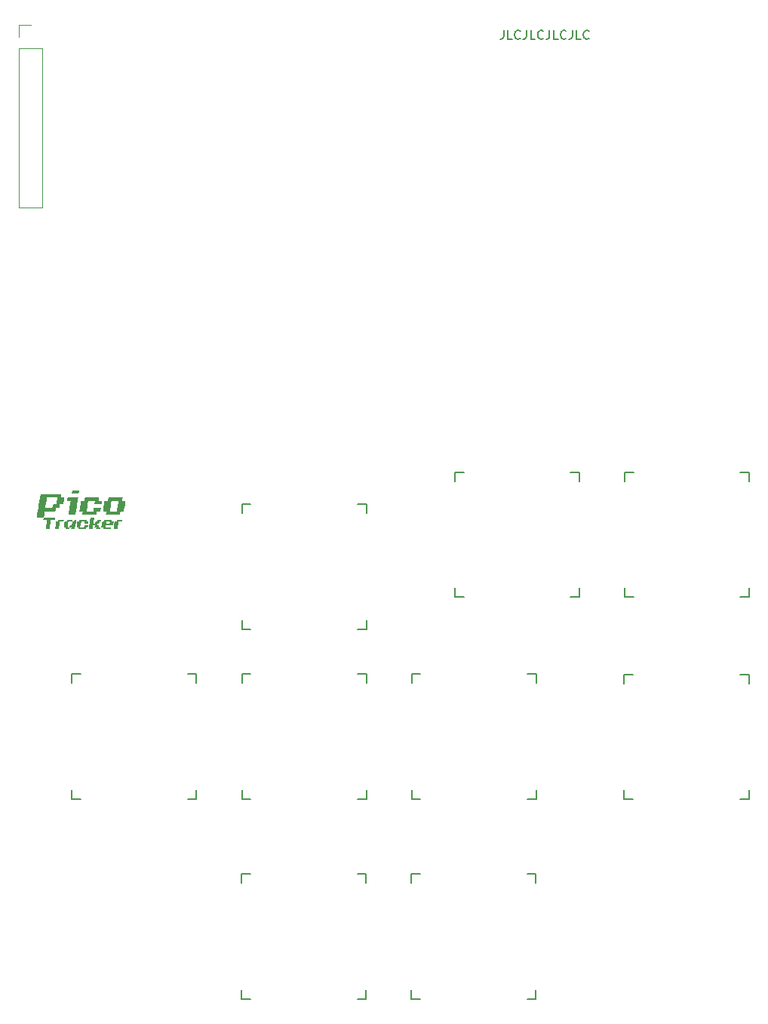
<source format=gbr>
%TF.GenerationSoftware,KiCad,Pcbnew,(6.0.7)*%
%TF.CreationDate,2024-02-04T00:46:34+09:00*%
%TF.ProjectId,pico_tracker,7069636f-5f74-4726-9163-6b65722e6b69,rev?*%
%TF.SameCoordinates,Original*%
%TF.FileFunction,Legend,Top*%
%TF.FilePolarity,Positive*%
%FSLAX46Y46*%
G04 Gerber Fmt 4.6, Leading zero omitted, Abs format (unit mm)*
G04 Created by KiCad (PCBNEW (6.0.7)) date 2024-02-04 00:46:34*
%MOMM*%
%LPD*%
G01*
G04 APERTURE LIST*
%ADD10C,0.150000*%
%ADD11C,0.120000*%
G04 APERTURE END LIST*
D10*
X158630952Y-38702380D02*
X158630952Y-39416666D01*
X158583333Y-39559523D01*
X158488095Y-39654761D01*
X158345238Y-39702380D01*
X158250000Y-39702380D01*
X159583333Y-39702380D02*
X159107142Y-39702380D01*
X159107142Y-38702380D01*
X160488095Y-39607142D02*
X160440476Y-39654761D01*
X160297619Y-39702380D01*
X160202380Y-39702380D01*
X160059523Y-39654761D01*
X159964285Y-39559523D01*
X159916666Y-39464285D01*
X159869047Y-39273809D01*
X159869047Y-39130952D01*
X159916666Y-38940476D01*
X159964285Y-38845238D01*
X160059523Y-38750000D01*
X160202380Y-38702380D01*
X160297619Y-38702380D01*
X160440476Y-38750000D01*
X160488095Y-38797619D01*
X161202380Y-38702380D02*
X161202380Y-39416666D01*
X161154761Y-39559523D01*
X161059523Y-39654761D01*
X160916666Y-39702380D01*
X160821428Y-39702380D01*
X162154761Y-39702380D02*
X161678571Y-39702380D01*
X161678571Y-38702380D01*
X163059523Y-39607142D02*
X163011904Y-39654761D01*
X162869047Y-39702380D01*
X162773809Y-39702380D01*
X162630952Y-39654761D01*
X162535714Y-39559523D01*
X162488095Y-39464285D01*
X162440476Y-39273809D01*
X162440476Y-39130952D01*
X162488095Y-38940476D01*
X162535714Y-38845238D01*
X162630952Y-38750000D01*
X162773809Y-38702380D01*
X162869047Y-38702380D01*
X163011904Y-38750000D01*
X163059523Y-38797619D01*
X163773809Y-38702380D02*
X163773809Y-39416666D01*
X163726190Y-39559523D01*
X163630952Y-39654761D01*
X163488095Y-39702380D01*
X163392857Y-39702380D01*
X164726190Y-39702380D02*
X164250000Y-39702380D01*
X164250000Y-38702380D01*
X165630952Y-39607142D02*
X165583333Y-39654761D01*
X165440476Y-39702380D01*
X165345238Y-39702380D01*
X165202380Y-39654761D01*
X165107142Y-39559523D01*
X165059523Y-39464285D01*
X165011904Y-39273809D01*
X165011904Y-39130952D01*
X165059523Y-38940476D01*
X165107142Y-38845238D01*
X165202380Y-38750000D01*
X165345238Y-38702380D01*
X165440476Y-38702380D01*
X165583333Y-38750000D01*
X165630952Y-38797619D01*
X166345238Y-38702380D02*
X166345238Y-39416666D01*
X166297619Y-39559523D01*
X166202380Y-39654761D01*
X166059523Y-39702380D01*
X165964285Y-39702380D01*
X167297619Y-39702380D02*
X166821428Y-39702380D01*
X166821428Y-38702380D01*
X168202380Y-39607142D02*
X168154761Y-39654761D01*
X168011904Y-39702380D01*
X167916666Y-39702380D01*
X167773809Y-39654761D01*
X167678571Y-39559523D01*
X167630952Y-39464285D01*
X167583333Y-39273809D01*
X167583333Y-39130952D01*
X167630952Y-38940476D01*
X167678571Y-38845238D01*
X167773809Y-38750000D01*
X167916666Y-38702380D01*
X168011904Y-38702380D01*
X168154761Y-38750000D01*
X168202380Y-38797619D01*
%TO.C,SW3*%
X148300000Y-111950000D02*
X148300000Y-110950000D01*
X148300000Y-124950000D02*
X149300000Y-124950000D01*
X161300000Y-124950000D02*
X162300000Y-124950000D01*
X149300000Y-110950000D02*
X148300000Y-110950000D01*
X162300000Y-110950000D02*
X161300000Y-110950000D01*
X148300000Y-124950000D02*
X148300000Y-123950000D01*
X162300000Y-123950000D02*
X162300000Y-124950000D01*
X162300000Y-110950000D02*
X162300000Y-111950000D01*
%TO.C,SW2*%
X142250000Y-124950000D02*
X143250000Y-124950000D01*
X129250000Y-124950000D02*
X129250000Y-123950000D01*
X129250000Y-111950000D02*
X129250000Y-110950000D01*
X143250000Y-110950000D02*
X142250000Y-110950000D01*
X129250000Y-124950000D02*
X130250000Y-124950000D01*
X130250000Y-110950000D02*
X129250000Y-110950000D01*
X143250000Y-110950000D02*
X143250000Y-111950000D01*
X143250000Y-123950000D02*
X143250000Y-124950000D01*
%TO.C,SW1*%
X110150000Y-124950000D02*
X111150000Y-124950000D01*
X124150000Y-110950000D02*
X123150000Y-110950000D01*
X110150000Y-111950000D02*
X110150000Y-110950000D01*
X124150000Y-123950000D02*
X124150000Y-124950000D01*
X111150000Y-110950000D02*
X110150000Y-110950000D01*
X124150000Y-110950000D02*
X124150000Y-111950000D01*
X110150000Y-124950000D02*
X110150000Y-123950000D01*
X123150000Y-124950000D02*
X124150000Y-124950000D01*
%TO.C,SW5*%
X162250000Y-133400000D02*
X161250000Y-133400000D01*
X148250000Y-134400000D02*
X148250000Y-133400000D01*
X149250000Y-133400000D02*
X148250000Y-133400000D01*
X162250000Y-133400000D02*
X162250000Y-134400000D01*
X148250000Y-147400000D02*
X148250000Y-146400000D01*
X161250000Y-147400000D02*
X162250000Y-147400000D01*
X148250000Y-147400000D02*
X149250000Y-147400000D01*
X162250000Y-146400000D02*
X162250000Y-147400000D01*
%TO.C,SW7*%
X186200000Y-88300000D02*
X185200000Y-88300000D01*
X186200000Y-88300000D02*
X186200000Y-89300000D01*
X186200000Y-101300000D02*
X186200000Y-102300000D01*
X172200000Y-89300000D02*
X172200000Y-88300000D01*
X172200000Y-102300000D02*
X173200000Y-102300000D01*
X172200000Y-102300000D02*
X172200000Y-101300000D01*
X173200000Y-88300000D02*
X172200000Y-88300000D01*
X185200000Y-102300000D02*
X186200000Y-102300000D01*
%TO.C,SW8*%
X129200000Y-147400000D02*
X130200000Y-147400000D01*
X143200000Y-133400000D02*
X142200000Y-133400000D01*
X142200000Y-147400000D02*
X143200000Y-147400000D01*
X143200000Y-133400000D02*
X143200000Y-134400000D01*
X143200000Y-146400000D02*
X143200000Y-147400000D01*
X129200000Y-147400000D02*
X129200000Y-146400000D01*
X129200000Y-134400000D02*
X129200000Y-133400000D01*
X130200000Y-133400000D02*
X129200000Y-133400000D01*
%TO.C,SW9*%
X185150000Y-125000000D02*
X186150000Y-125000000D01*
X173150000Y-111000000D02*
X172150000Y-111000000D01*
X172150000Y-125000000D02*
X172150000Y-124000000D01*
X172150000Y-125000000D02*
X173150000Y-125000000D01*
X186150000Y-124000000D02*
X186150000Y-125000000D01*
X186150000Y-111000000D02*
X186150000Y-112000000D01*
X172150000Y-112000000D02*
X172150000Y-111000000D01*
X186150000Y-111000000D02*
X185150000Y-111000000D01*
D11*
%TO.C,J7*%
X106880000Y-40720000D02*
X106880000Y-58560000D01*
X104220000Y-40720000D02*
X104220000Y-58560000D01*
X104220000Y-38120000D02*
X105550000Y-38120000D01*
X104220000Y-40720000D02*
X106880000Y-40720000D01*
X104220000Y-39450000D02*
X104220000Y-38120000D01*
X104220000Y-58560000D02*
X106880000Y-58560000D01*
D10*
%TO.C,SW4*%
X130250000Y-91900000D02*
X129250000Y-91900000D01*
X129250000Y-105900000D02*
X129250000Y-104900000D01*
X143250000Y-104900000D02*
X143250000Y-105900000D01*
X143250000Y-91900000D02*
X143250000Y-92900000D01*
X129250000Y-92900000D02*
X129250000Y-91900000D01*
X129250000Y-105900000D02*
X130250000Y-105900000D01*
X142250000Y-105900000D02*
X143250000Y-105900000D01*
X143250000Y-91900000D02*
X142250000Y-91900000D01*
%TO.C,G1*%
G36*
X111849996Y-93824716D02*
G01*
X111947371Y-93824716D01*
X112003929Y-93827583D01*
X112035657Y-93841129D01*
X112046745Y-93872774D01*
X112041383Y-93929937D01*
X112032748Y-93975907D01*
X112020748Y-94035903D01*
X111598228Y-94035903D01*
X111623696Y-93843915D01*
X111208444Y-93843915D01*
X111160188Y-94151096D01*
X111111931Y-94458276D01*
X111317861Y-94458276D01*
X111410475Y-94458284D01*
X111471991Y-94455454D01*
X111509681Y-94445505D01*
X111530819Y-94424157D01*
X111542677Y-94387131D01*
X111552528Y-94330147D01*
X111554371Y-94319085D01*
X111566517Y-94247090D01*
X111988890Y-94247090D01*
X111976745Y-94319085D01*
X111963829Y-94389716D01*
X111949689Y-94430988D01*
X111926627Y-94451392D01*
X111886945Y-94459418D01*
X111847071Y-94462107D01*
X111747362Y-94467876D01*
X111731401Y-94568670D01*
X111715439Y-94669463D01*
X110860509Y-94669463D01*
X110874554Y-94578269D01*
X110881154Y-94521868D01*
X110881989Y-94482048D01*
X110879977Y-94472676D01*
X110857412Y-94464396D01*
X110809359Y-94459190D01*
X110775200Y-94458276D01*
X110718352Y-94456439D01*
X110691646Y-94448812D01*
X110686917Y-94432226D01*
X110688663Y-94424679D01*
X110694858Y-94394445D01*
X110705424Y-94333897D01*
X110719084Y-94250701D01*
X110734560Y-94152523D01*
X110741412Y-94107899D01*
X110784543Y-93824716D01*
X110885385Y-93824716D01*
X110940855Y-93823595D01*
X110974528Y-93814872D01*
X110993996Y-93790503D01*
X111006851Y-93742447D01*
X111016805Y-93685525D01*
X111028951Y-93613530D01*
X111876382Y-93613530D01*
X111849996Y-93824716D01*
G37*
G36*
X112559546Y-93403963D02*
G01*
X112629061Y-93408482D01*
X112669884Y-93415385D01*
X112678307Y-93421125D01*
X112675402Y-93446485D01*
X112667577Y-93501236D01*
X112656168Y-93576886D01*
X112642513Y-93664940D01*
X112627947Y-93756905D01*
X112613807Y-93844288D01*
X112601429Y-93918597D01*
X112592149Y-93971336D01*
X112589884Y-93983106D01*
X112585502Y-94013267D01*
X112593688Y-94028978D01*
X112622933Y-94034953D01*
X112681726Y-94035903D01*
X112790737Y-94035903D01*
X112803930Y-93930310D01*
X112817123Y-93824716D01*
X112919210Y-93824716D01*
X112975313Y-93823618D01*
X113009346Y-93814963D01*
X113028973Y-93790712D01*
X113041856Y-93742825D01*
X113051877Y-93685525D01*
X113064023Y-93613530D01*
X113274339Y-93613530D01*
X113369378Y-93613607D01*
X113431911Y-93616591D01*
X113467810Y-93626610D01*
X113482949Y-93647793D01*
X113483200Y-93684267D01*
X113474435Y-93740162D01*
X113472333Y-93752721D01*
X113460433Y-93824716D01*
X113256011Y-93824716D01*
X113243865Y-93896712D01*
X113230975Y-93967997D01*
X113217187Y-94009522D01*
X113194853Y-94029326D01*
X113156328Y-94035451D01*
X113111498Y-94035903D01*
X113009710Y-94035903D01*
X112997810Y-94107899D01*
X112987205Y-94179209D01*
X112988086Y-94220733D01*
X113005423Y-94240525D01*
X113044185Y-94246637D01*
X113083694Y-94247090D01*
X113181900Y-94247090D01*
X113155514Y-94458276D01*
X113252889Y-94458276D01*
X113307996Y-94459805D01*
X113338588Y-94469759D01*
X113349585Y-94496191D01*
X113345908Y-94547152D01*
X113337942Y-94597468D01*
X113326042Y-94669463D01*
X112890454Y-94669463D01*
X112900790Y-94607067D01*
X112910127Y-94552551D01*
X112917712Y-94511073D01*
X112916177Y-94491569D01*
X112896259Y-94481396D01*
X112849752Y-94477742D01*
X112819631Y-94477475D01*
X112714965Y-94477475D01*
X112727110Y-94405480D01*
X112737618Y-94348630D01*
X112747399Y-94303964D01*
X112748473Y-94299886D01*
X112748798Y-94280439D01*
X112730679Y-94270287D01*
X112686083Y-94266597D01*
X112653256Y-94266289D01*
X112548823Y-94266289D01*
X112536135Y-94347883D01*
X112525674Y-94413131D01*
X112512193Y-94494612D01*
X112502912Y-94549471D01*
X112482377Y-94669463D01*
X112273161Y-94669463D01*
X112176701Y-94668379D01*
X112113286Y-94664693D01*
X112077611Y-94657754D01*
X112064374Y-94646913D01*
X112063946Y-94643812D01*
X112066887Y-94619147D01*
X112075223Y-94561349D01*
X112088221Y-94475190D01*
X112105148Y-94365442D01*
X112125271Y-94236878D01*
X112147858Y-94094271D01*
X112159940Y-94018610D01*
X112183419Y-93871710D01*
X112204819Y-93737327D01*
X112223415Y-93620059D01*
X112238480Y-93524503D01*
X112249288Y-93455254D01*
X112255114Y-93416910D01*
X112255934Y-93410701D01*
X112273840Y-93407342D01*
X112322393Y-93404628D01*
X112393843Y-93402865D01*
X112467120Y-93402343D01*
X112559546Y-93403963D01*
G37*
G36*
X113753149Y-92690994D02*
G01*
X113698299Y-92687315D01*
X113668755Y-92679899D01*
X113657990Y-92667698D01*
X113657445Y-92662669D01*
X113660393Y-92636713D01*
X113668716Y-92577966D01*
X113681639Y-92491539D01*
X113698383Y-92382541D01*
X113718171Y-92256084D01*
X113740226Y-92117278D01*
X113743840Y-92094721D01*
X113766126Y-91955201D01*
X113786280Y-91827925D01*
X113803531Y-91717854D01*
X113817106Y-91629949D01*
X113826234Y-91569173D01*
X113830144Y-91540487D01*
X113830234Y-91539148D01*
X113848094Y-91531619D01*
X113896323Y-91524671D01*
X113966891Y-91519219D01*
X114027022Y-91516733D01*
X114223810Y-91511262D01*
X114281406Y-91127286D01*
X115073356Y-91122274D01*
X115268717Y-91121116D01*
X115429110Y-91120436D01*
X115557965Y-91120358D01*
X115658709Y-91121006D01*
X115734772Y-91122506D01*
X115789583Y-91124982D01*
X115826569Y-91128558D01*
X115849159Y-91133360D01*
X115860783Y-91139512D01*
X115864868Y-91147139D01*
X115865161Y-91151072D01*
X115862037Y-91188521D01*
X115854108Y-91250961D01*
X115843272Y-91325575D01*
X115831430Y-91399547D01*
X115820481Y-91460059D01*
X115816767Y-91477664D01*
X115813782Y-91497160D01*
X115819878Y-91509680D01*
X115841661Y-91516769D01*
X115885736Y-91519970D01*
X115958708Y-91520828D01*
X116001511Y-91520862D01*
X116196044Y-91520862D01*
X116187748Y-91573658D01*
X116182646Y-91606018D01*
X116172410Y-91670861D01*
X116157900Y-91762745D01*
X116139974Y-91876225D01*
X116119493Y-92005858D01*
X116097316Y-92146202D01*
X116095258Y-92159221D01*
X116011065Y-92691988D01*
X115621175Y-92691988D01*
X115596962Y-92869168D01*
X115585348Y-92949625D01*
X115574510Y-93016802D01*
X115566107Y-93060735D01*
X115563383Y-93070755D01*
X115553313Y-93077031D01*
X115526421Y-93082207D01*
X115479792Y-93086372D01*
X115410511Y-93089613D01*
X115315661Y-93092020D01*
X115192329Y-93093682D01*
X115037597Y-93094688D01*
X114848552Y-93095126D01*
X114762719Y-93095162D01*
X113971420Y-93095162D01*
X113995804Y-92946372D01*
X114007768Y-92867475D01*
X114016774Y-92796963D01*
X114021082Y-92748663D01*
X114021205Y-92744784D01*
X114022222Y-92691988D01*
X114450977Y-92691988D01*
X114831396Y-92691988D01*
X114961082Y-92691884D01*
X115057482Y-92691195D01*
X115125706Y-92689356D01*
X115170867Y-92685801D01*
X115198076Y-92679965D01*
X115212443Y-92671281D01*
X115219080Y-92659185D01*
X115221770Y-92648790D01*
X115227843Y-92615833D01*
X115238289Y-92552121D01*
X115252208Y-92463709D01*
X115268697Y-92356650D01*
X115286855Y-92236999D01*
X115305781Y-92110809D01*
X115324573Y-91984136D01*
X115342331Y-91863032D01*
X115358153Y-91753552D01*
X115371137Y-91661750D01*
X115380382Y-91593679D01*
X115384988Y-91555395D01*
X115385336Y-91550168D01*
X115381517Y-91539833D01*
X115366847Y-91532315D01*
X115336508Y-91527296D01*
X115285681Y-91524460D01*
X115209548Y-91523490D01*
X115103289Y-91524069D01*
X115006315Y-91525255D01*
X114627293Y-91530461D01*
X114584713Y-91808843D01*
X114565310Y-91936026D01*
X114542822Y-92083937D01*
X114519868Y-92235331D01*
X114499065Y-92372964D01*
X114496555Y-92389607D01*
X114450977Y-92691988D01*
X114022222Y-92691988D01*
X113839834Y-92691988D01*
X113753149Y-92690994D01*
G37*
G36*
X113700782Y-93828558D02*
G01*
X113763131Y-93823897D01*
X113796199Y-93815495D01*
X113809104Y-93799184D01*
X113811036Y-93778161D01*
X113814900Y-93726099D01*
X113823035Y-93673526D01*
X113835034Y-93613530D01*
X114679405Y-93613530D01*
X114653019Y-93824716D01*
X114860501Y-93824716D01*
X114798639Y-94237490D01*
X114377001Y-94247090D01*
X113955363Y-94256689D01*
X113943067Y-94314286D01*
X113931447Y-94367325D01*
X113926032Y-94405485D01*
X113931734Y-94431202D01*
X113953468Y-94446912D01*
X113996145Y-94455053D01*
X114064680Y-94458061D01*
X114163985Y-94458372D01*
X114233409Y-94458276D01*
X114350998Y-94458119D01*
X114435259Y-94459237D01*
X114491242Y-94464014D01*
X114524002Y-94474838D01*
X114538590Y-94494091D01*
X114540059Y-94524160D01*
X114533462Y-94567430D01*
X114528267Y-94597468D01*
X114516367Y-94669463D01*
X113671697Y-94669463D01*
X113696907Y-94479423D01*
X113594715Y-94473650D01*
X113492523Y-94467876D01*
X113541526Y-94151096D01*
X113564542Y-94002305D01*
X113994163Y-94002305D01*
X113994578Y-94017169D01*
X114007203Y-94026893D01*
X114038400Y-94032545D01*
X114094528Y-94035190D01*
X114181948Y-94035898D01*
X114194409Y-94035903D01*
X114401398Y-94035903D01*
X114413398Y-93975907D01*
X114425735Y-93910772D01*
X114427892Y-93867677D01*
X114414192Y-93842073D01*
X114378955Y-93829411D01*
X114316505Y-93825141D01*
X114224680Y-93824716D01*
X114023962Y-93824716D01*
X114012435Y-93896712D01*
X114002979Y-93953566D01*
X113994964Y-93998232D01*
X113994163Y-94002305D01*
X113564542Y-94002305D01*
X113590528Y-93834316D01*
X113700782Y-93828558D01*
G37*
G36*
X115858430Y-93685525D02*
G01*
X115850428Y-93742252D01*
X115846417Y-93786901D01*
X115846319Y-93791119D01*
X115842460Y-93805959D01*
X115826752Y-93815692D01*
X115792659Y-93821366D01*
X115733649Y-93824024D01*
X115643186Y-93824715D01*
X115636446Y-93824716D01*
X115426785Y-93824716D01*
X115416281Y-93877513D01*
X115410251Y-93911182D01*
X115399741Y-93973231D01*
X115385882Y-94056685D01*
X115369804Y-94154565D01*
X115352639Y-94259894D01*
X115335518Y-94365696D01*
X115319572Y-94464992D01*
X115305931Y-94550806D01*
X115295728Y-94616161D01*
X115290093Y-94654078D01*
X115289342Y-94660557D01*
X115271436Y-94664136D01*
X115222883Y-94667028D01*
X115151433Y-94668907D01*
X115078156Y-94669463D01*
X114985242Y-94668878D01*
X114924241Y-94666434D01*
X114888679Y-94661094D01*
X114872080Y-94651824D01*
X114867969Y-94637589D01*
X114867996Y-94635865D01*
X114871244Y-94607263D01*
X114879707Y-94547073D01*
X114892440Y-94461607D01*
X114908500Y-94357179D01*
X114926943Y-94240101D01*
X114930424Y-94218292D01*
X114991826Y-93834316D01*
X115087416Y-93828283D01*
X115155779Y-93819274D01*
X115194000Y-93798757D01*
X115210009Y-93760201D01*
X115212253Y-93725493D01*
X115213109Y-93685450D01*
X115218663Y-93656312D01*
X115234190Y-93636344D01*
X115264965Y-93623816D01*
X115316263Y-93616993D01*
X115393358Y-93614143D01*
X115501525Y-93613534D01*
X115553092Y-93613530D01*
X115870330Y-93613530D01*
X115858430Y-93685525D01*
G37*
G36*
X110676799Y-93665290D02*
G01*
X110671121Y-93698755D01*
X110660486Y-93764292D01*
X110645828Y-93856031D01*
X110628082Y-93968101D01*
X110608182Y-94094631D01*
X110592597Y-94194258D01*
X110518443Y-94669393D01*
X110309583Y-94669428D01*
X110100722Y-94669463D01*
X110126190Y-94477475D01*
X109918628Y-94477475D01*
X109893160Y-94669463D01*
X109452179Y-94669463D01*
X109462144Y-94621466D01*
X109474500Y-94561955D01*
X109482074Y-94525472D01*
X109485620Y-94498280D01*
X109476094Y-94483969D01*
X109445057Y-94478411D01*
X109384073Y-94477475D01*
X109383999Y-94477475D01*
X109323003Y-94476389D01*
X109292000Y-94470675D01*
X109282596Y-94456649D01*
X109285572Y-94434278D01*
X109291870Y-94400477D01*
X109302693Y-94336708D01*
X109316723Y-94250951D01*
X109332644Y-94151189D01*
X109339443Y-94107899D01*
X109383699Y-93824716D01*
X109483446Y-93824716D01*
X109550637Y-93820316D01*
X109588094Y-93802472D01*
X109603931Y-93764224D01*
X109606500Y-93719123D01*
X109607298Y-93681314D01*
X109613206Y-93653817D01*
X109629499Y-93634989D01*
X109661451Y-93623188D01*
X109714335Y-93616774D01*
X109793425Y-93614103D01*
X109903996Y-93613536D01*
X109945710Y-93613530D01*
X110261612Y-93613530D01*
X110248593Y-93704724D01*
X110238509Y-93761178D01*
X110227738Y-93800654D01*
X110223180Y-93809595D01*
X110199944Y-93815746D01*
X110146914Y-93821604D01*
X110072693Y-93826396D01*
X110009481Y-93828794D01*
X109808175Y-93834316D01*
X109766236Y-94093499D01*
X109745794Y-94219694D01*
X109731722Y-94312885D01*
X109724823Y-94378060D01*
X109725904Y-94420207D01*
X109735767Y-94444314D01*
X109755219Y-94455369D01*
X109785063Y-94458361D01*
X109825074Y-94458276D01*
X109928456Y-94458276D01*
X109954842Y-94247090D01*
X110158906Y-94247090D01*
X110171773Y-94155896D01*
X110182391Y-94084465D01*
X110195899Y-93998558D01*
X110204722Y-93944709D01*
X110224803Y-93824716D01*
X110430309Y-93824716D01*
X110442056Y-93752721D01*
X110450802Y-93697579D01*
X110456972Y-93655981D01*
X110457512Y-93651927D01*
X110471833Y-93633785D01*
X110513122Y-93622632D01*
X110574033Y-93617294D01*
X110686847Y-93611458D01*
X110676799Y-93665290D01*
G37*
G36*
X113227367Y-91170484D02*
G01*
X113218873Y-91216480D01*
X113208017Y-91280889D01*
X113196635Y-91352007D01*
X113186567Y-91418128D01*
X113179650Y-91467548D01*
X113177621Y-91487264D01*
X113195406Y-91493278D01*
X113243509Y-91498059D01*
X113313855Y-91501009D01*
X113371545Y-91501663D01*
X113459140Y-91501978D01*
X113514929Y-91503959D01*
X113545503Y-91509153D01*
X113557452Y-91519113D01*
X113557368Y-91535386D01*
X113555238Y-91544860D01*
X113547698Y-91583758D01*
X113536966Y-91648362D01*
X113525066Y-91726336D01*
X113522150Y-91746447D01*
X113499438Y-91904837D01*
X112702825Y-91904837D01*
X112728580Y-91746447D01*
X112740529Y-91670491D01*
X112749635Y-91607931D01*
X112754375Y-91569390D01*
X112754718Y-91564059D01*
X112745862Y-91555467D01*
X112716435Y-91549035D01*
X112662619Y-91544523D01*
X112580595Y-91541692D01*
X112466545Y-91540303D01*
X112371126Y-91540060D01*
X112254325Y-91540288D01*
X112151712Y-91540925D01*
X112069060Y-91541898D01*
X112012139Y-91543136D01*
X111986723Y-91544566D01*
X111985930Y-91544860D01*
X111982695Y-91564282D01*
X111974133Y-91616920D01*
X111961001Y-91698079D01*
X111944057Y-91803064D01*
X111924061Y-91927179D01*
X111901770Y-92065728D01*
X111893684Y-92116024D01*
X111802660Y-92682388D01*
X112186301Y-92687596D01*
X112332033Y-92688578D01*
X112446259Y-92687203D01*
X112527074Y-92683539D01*
X112572570Y-92677656D01*
X112582054Y-92673209D01*
X112589986Y-92646444D01*
X112600979Y-92591387D01*
X112613171Y-92517827D01*
X112618622Y-92480812D01*
X112643079Y-92308012D01*
X113035069Y-92308012D01*
X113153036Y-92308682D01*
X113256772Y-92310554D01*
X113340591Y-92313418D01*
X113398808Y-92317066D01*
X113425737Y-92321288D01*
X113426915Y-92322411D01*
X113423880Y-92349829D01*
X113416210Y-92403391D01*
X113405745Y-92471391D01*
X113394322Y-92542124D01*
X113383778Y-92603886D01*
X113377168Y-92639191D01*
X113366413Y-92691988D01*
X112988538Y-92691988D01*
X112978277Y-92744784D01*
X112970404Y-92789362D01*
X112959148Y-92857999D01*
X112946787Y-92936779D01*
X112945319Y-92946372D01*
X112922623Y-93095162D01*
X111332652Y-93095162D01*
X111343138Y-93032766D01*
X111354255Y-92964512D01*
X111366177Y-92888051D01*
X111377352Y-92813782D01*
X111386227Y-92752103D01*
X111391252Y-92713412D01*
X111391843Y-92706387D01*
X111374059Y-92700365D01*
X111325970Y-92695580D01*
X111255660Y-92692634D01*
X111198475Y-92691988D01*
X111004961Y-92691988D01*
X111015766Y-92639191D01*
X111021556Y-92606367D01*
X111032268Y-92541267D01*
X111046996Y-92449567D01*
X111064836Y-92336943D01*
X111084880Y-92209072D01*
X111103813Y-92087226D01*
X111124976Y-91951211D01*
X111144683Y-91825989D01*
X111162041Y-91717101D01*
X111176163Y-91630088D01*
X111186158Y-91570492D01*
X111190893Y-91544860D01*
X111197527Y-91525132D01*
X111211512Y-91512550D01*
X111240260Y-91505514D01*
X111291180Y-91502422D01*
X111371685Y-91501672D01*
X111390828Y-91501663D01*
X111580925Y-91501663D01*
X111590999Y-91448866D01*
X111599047Y-91403427D01*
X111610508Y-91334804D01*
X111622918Y-91257759D01*
X111623057Y-91256878D01*
X111645042Y-91117687D01*
X113238123Y-91117687D01*
X113227367Y-91170484D01*
G37*
G36*
X109269525Y-93704254D02*
G01*
X109259429Y-93760850D01*
X109248657Y-93800490D01*
X109244042Y-93809595D01*
X109220801Y-93815753D01*
X109167778Y-93821616D01*
X109093586Y-93826410D01*
X109030793Y-93828794D01*
X108829937Y-93834316D01*
X108817500Y-93911111D01*
X108810456Y-93955154D01*
X108798709Y-94029200D01*
X108783514Y-94125323D01*
X108766124Y-94235593D01*
X108751471Y-94328685D01*
X108697879Y-94669463D01*
X108269811Y-94669463D01*
X108332443Y-94280688D01*
X108351468Y-94161288D01*
X108368262Y-94053397D01*
X108381881Y-93963280D01*
X108391382Y-93897200D01*
X108395824Y-93861418D01*
X108396026Y-93858314D01*
X108403142Y-93838492D01*
X108428848Y-93828260D01*
X108481849Y-93824835D01*
X108501106Y-93824716D01*
X108605235Y-93824716D01*
X108621261Y-93723923D01*
X108637287Y-93623129D01*
X108959951Y-93617860D01*
X109282615Y-93612590D01*
X109269525Y-93704254D01*
G37*
G36*
X110838597Y-90330505D02*
G01*
X110908942Y-90333854D01*
X110954360Y-90342464D01*
X110979330Y-90358594D01*
X110988333Y-90384506D01*
X110985848Y-90422460D01*
X110976355Y-90474718D01*
X110969104Y-90514199D01*
X110958509Y-90582114D01*
X110950012Y-90632859D01*
X110938413Y-90668902D01*
X110918511Y-90692708D01*
X110885105Y-90706747D01*
X110832993Y-90713485D01*
X110756975Y-90715389D01*
X110651851Y-90714927D01*
X110546875Y-90714512D01*
X110405525Y-90713821D01*
X110299552Y-90711629D01*
X110225963Y-90707762D01*
X110181759Y-90702045D01*
X110163947Y-90694302D01*
X110163265Y-90692086D01*
X110166246Y-90662271D01*
X110173962Y-90606504D01*
X110184569Y-90536664D01*
X110196228Y-90464629D01*
X110207097Y-90402278D01*
X110212622Y-90373734D01*
X110216558Y-90359064D01*
X110224798Y-90348160D01*
X110242418Y-90340462D01*
X110274494Y-90335414D01*
X110326101Y-90332455D01*
X110402316Y-90331028D01*
X110508215Y-90330574D01*
X110605203Y-90330537D01*
X110738844Y-90330152D01*
X110838597Y-90330505D01*
G37*
G36*
X110867685Y-91160604D02*
G01*
X110862739Y-91187723D01*
X110852453Y-91248955D01*
X110837441Y-91340479D01*
X110818321Y-91458476D01*
X110795707Y-91599126D01*
X110770217Y-91758608D01*
X110742466Y-91933102D01*
X110713070Y-92118789D01*
X110708201Y-92149622D01*
X110558956Y-93095162D01*
X110169123Y-93095162D01*
X110051486Y-93094557D01*
X109948086Y-93092866D01*
X109864627Y-93090279D01*
X109806811Y-93086986D01*
X109780344Y-93083176D01*
X109779290Y-93082223D01*
X109782269Y-93060800D01*
X109790665Y-93006502D01*
X109803662Y-92924346D01*
X109820445Y-92819345D01*
X109840198Y-92696514D01*
X109862107Y-92560868D01*
X109885357Y-92417421D01*
X109909133Y-92271189D01*
X109932619Y-92127185D01*
X109955000Y-91990425D01*
X109975462Y-91865923D01*
X109993188Y-91758695D01*
X110007365Y-91673754D01*
X110017177Y-91616115D01*
X110021371Y-91592857D01*
X110031925Y-91540060D01*
X109626659Y-91540060D01*
X109637031Y-91487264D01*
X109644893Y-91443102D01*
X109656219Y-91374496D01*
X109668786Y-91294977D01*
X109670958Y-91280877D01*
X109694515Y-91127286D01*
X110286219Y-91122206D01*
X110877924Y-91117126D01*
X110867685Y-91160604D01*
G37*
G36*
X106435234Y-92029629D02*
G01*
X106640928Y-90743310D01*
X107826133Y-90738364D01*
X108035535Y-90737588D01*
X108233134Y-90737046D01*
X108415657Y-90736734D01*
X108579833Y-90736648D01*
X108722391Y-90736785D01*
X108840061Y-90737142D01*
X108929569Y-90737715D01*
X108987646Y-90738500D01*
X109011019Y-90739495D01*
X109011338Y-90739638D01*
X109008358Y-90760328D01*
X109000619Y-90807767D01*
X108991826Y-90859777D01*
X108979221Y-90933902D01*
X108967681Y-91002640D01*
X108962158Y-91036092D01*
X108952002Y-91098488D01*
X109144860Y-91098488D01*
X109225651Y-91099317D01*
X109289801Y-91101554D01*
X109329201Y-91104821D01*
X109337717Y-91107450D01*
X109334762Y-91132114D01*
X109326663Y-91187352D01*
X109314575Y-91266007D01*
X109299652Y-91360928D01*
X109283047Y-91464958D01*
X109265912Y-91570945D01*
X109249403Y-91671734D01*
X109234672Y-91760171D01*
X109222873Y-91829103D01*
X109215159Y-91871374D01*
X109213018Y-91880839D01*
X109194370Y-91893099D01*
X109146403Y-91900819D01*
X109065519Y-91904433D01*
X109014149Y-91904837D01*
X108823767Y-91904837D01*
X108801340Y-92063227D01*
X108788186Y-92158131D01*
X108776415Y-92221802D01*
X108759710Y-92260625D01*
X108731758Y-92280986D01*
X108686243Y-92289269D01*
X108616850Y-92291862D01*
X108574164Y-92292931D01*
X108388730Y-92298413D01*
X108374276Y-92356009D01*
X108364022Y-92404192D01*
X108351071Y-92474990D01*
X108338314Y-92552521D01*
X108316805Y-92691438D01*
X107728844Y-92696512D01*
X107140883Y-92701587D01*
X107125678Y-92768783D01*
X107117255Y-92811664D01*
X107104480Y-92883668D01*
X107088864Y-92975972D01*
X107071920Y-93079750D01*
X107065637Y-93119161D01*
X107020800Y-93402343D01*
X107641693Y-93402343D01*
X107814883Y-93402135D01*
X107953383Y-93402075D01*
X108060891Y-93403008D01*
X108141107Y-93405783D01*
X108197733Y-93411243D01*
X108234466Y-93420237D01*
X108255008Y-93433610D01*
X108263059Y-93452208D01*
X108262318Y-93476878D01*
X108256485Y-93508466D01*
X108250262Y-93541534D01*
X108238362Y-93613530D01*
X108038812Y-93613530D01*
X107949188Y-93614010D01*
X107890535Y-93616447D01*
X107855432Y-93622330D01*
X107836456Y-93633152D01*
X107826182Y-93650403D01*
X107823805Y-93656727D01*
X107816710Y-93687031D01*
X107804845Y-93749656D01*
X107789181Y-93838960D01*
X107770687Y-93949296D01*
X107750334Y-94075022D01*
X107733086Y-94184677D01*
X107657823Y-94669430D01*
X107441837Y-94669447D01*
X107355935Y-94668895D01*
X107286229Y-94667385D01*
X107240381Y-94665154D01*
X107225850Y-94662736D01*
X107228768Y-94642734D01*
X107236976Y-94589971D01*
X107249659Y-94509596D01*
X107266004Y-94406757D01*
X107285193Y-94286603D01*
X107302609Y-94177966D01*
X107323703Y-94044935D01*
X107342584Y-93922680D01*
X107358415Y-93816875D01*
X107370361Y-93733198D01*
X107377585Y-93677324D01*
X107379404Y-93656727D01*
X107377767Y-93637584D01*
X107368287Y-93625139D01*
X107344169Y-93617952D01*
X107298616Y-93614581D01*
X107224834Y-93613586D01*
X107175641Y-93613530D01*
X106971842Y-93613530D01*
X106985035Y-93507936D01*
X106998228Y-93402343D01*
X106227513Y-93402343D01*
X106228527Y-93359146D01*
X106231669Y-93333253D01*
X106240412Y-93272670D01*
X106254255Y-93180618D01*
X106272696Y-93060315D01*
X106295236Y-92914983D01*
X106321375Y-92747841D01*
X106350610Y-92562109D01*
X106382442Y-92361006D01*
X106393928Y-92288813D01*
X107194270Y-92288813D01*
X107987159Y-92288813D01*
X108010684Y-92130423D01*
X108024542Y-92035059D01*
X108036619Y-91971059D01*
X108053079Y-91932218D01*
X108080082Y-91912333D01*
X108123789Y-91905199D01*
X108190361Y-91904613D01*
X108234715Y-91904837D01*
X108319087Y-91904299D01*
X108372662Y-91901532D01*
X108403040Y-91894811D01*
X108417817Y-91882409D01*
X108424592Y-91862598D01*
X108424801Y-91861640D01*
X108433129Y-91817461D01*
X108445085Y-91746647D01*
X108459487Y-91657007D01*
X108475155Y-91556352D01*
X108490908Y-91452491D01*
X108505565Y-91353236D01*
X108517947Y-91266397D01*
X108526871Y-91199782D01*
X108531159Y-91161204D01*
X108531368Y-91156684D01*
X108530354Y-91145605D01*
X108524615Y-91136851D01*
X108510105Y-91130149D01*
X108482778Y-91125225D01*
X108438590Y-91121806D01*
X108373494Y-91119617D01*
X108283445Y-91118384D01*
X108164397Y-91117833D01*
X108012306Y-91117691D01*
X107955404Y-91117687D01*
X107811053Y-91117840D01*
X107679867Y-91118275D01*
X107566550Y-91118951D01*
X107475809Y-91119830D01*
X107412349Y-91120873D01*
X107380875Y-91122040D01*
X107378280Y-91122487D01*
X107375121Y-91141912D01*
X107366730Y-91194629D01*
X107353842Y-91276000D01*
X107337188Y-91381384D01*
X107317504Y-91506143D01*
X107295522Y-91645637D01*
X107285694Y-91708050D01*
X107194270Y-92288813D01*
X106393928Y-92288813D01*
X106416370Y-92147754D01*
X106435234Y-92029629D01*
G37*
%TO.C,SW6*%
X167150000Y-88300000D02*
X166150000Y-88300000D01*
X167150000Y-88300000D02*
X167150000Y-89300000D01*
X153150000Y-89300000D02*
X153150000Y-88300000D01*
X166150000Y-102300000D02*
X167150000Y-102300000D01*
X153150000Y-102300000D02*
X153150000Y-101300000D01*
X153150000Y-102300000D02*
X154150000Y-102300000D01*
X154150000Y-88300000D02*
X153150000Y-88300000D01*
X167150000Y-101300000D02*
X167150000Y-102300000D01*
%TD*%
M02*

</source>
